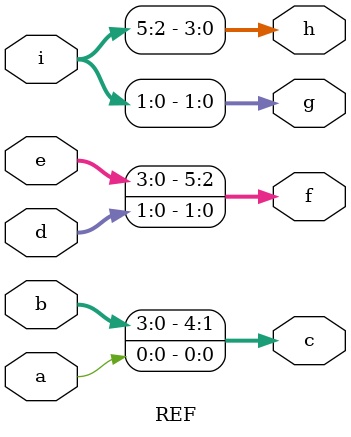
<source format=v>
/*
 *  OffCourse::Verilog
 *		- Shift Register REF
 *
 *  Copyright: Sybe
 *  License: GPLv3 or later
 */

module	REF (
		input a,
		input [3:0] b,
		output [4:0] c,

		input [1:0] d,
		input [3:0] e,
		output [5:0] f,

		output [1:0] g,
		output [3:0] h,
		input [5:0] i,
	);

	assign c = {b, a};
	assign f = {e, d};
	assign g = i[1:0];
	assign h = i[5:2];

`ifdef FORMAL
	reg f_is_reset;

	initial begin
		f_is_reset = 0;
	end

`endif

endmodule
</source>
